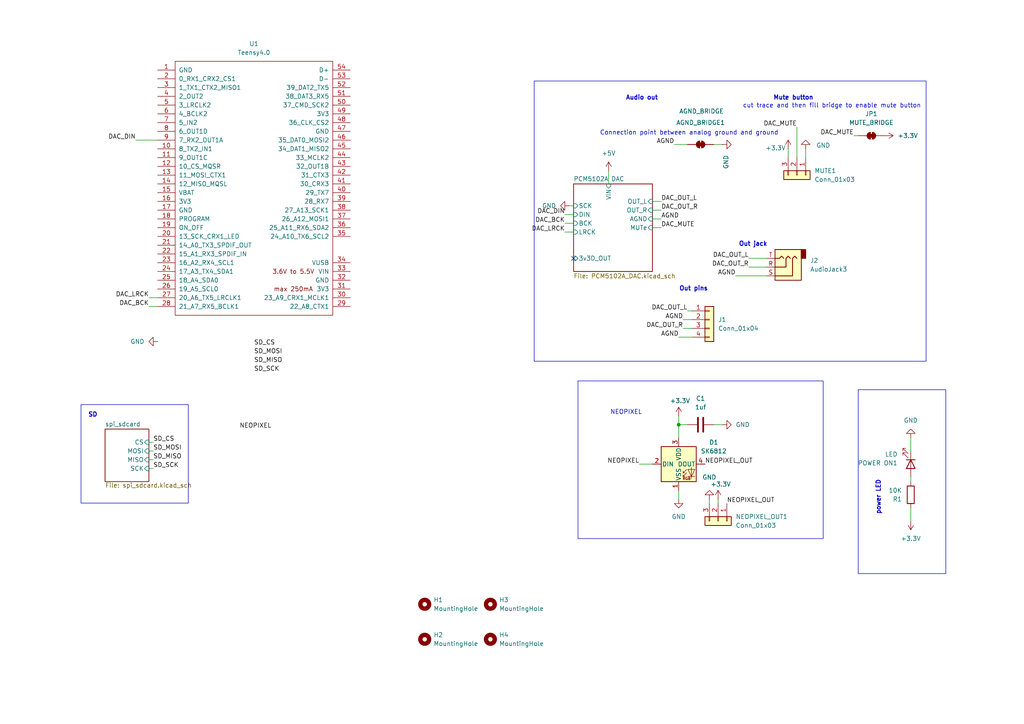
<source format=kicad_sch>
(kicad_sch (version 20231120) (generator "eeschema") (generator_version "8.0")
  (paper "A4")
  (lib_symbols
    (symbol "Connector_Audio:AudioJack3"
      (property "Reference" "J" (at 0 8.89 0))
      (property "Value" "AudioJack3" (at 0 6.35 0))
      (symbol "AudioJack3_0_1"
        (rectangle (start -5.08 -5.08) (end -6.35 -2.54) (stroke (width 0.254)) (fill (type outline)))
        (polyline (pts (xy 0 -2.54) (xy 0.635 -3.175) (xy 1.27 -2.54) (xy 2.54 -2.54)) (stroke (width 0.254)))
        (polyline (pts (xy -1.905 -2.54) (xy -1.27 -3.175) (xy -0.635 -2.54) (xy -0.635 0) (xy 2.54 0)) (stroke (width 0.254)))
        (polyline (pts (xy 2.54 2.54) (xy -2.54 2.54) (xy -2.54 -2.54) (xy -3.175 -3.175) (xy -3.81 -2.54)) (stroke (width 0.254)))
        (rectangle (start 2.54 3.81) (end -5.08 -5.08) (stroke (width 0.254)) (fill (type background)))
      )
      (symbol "AudioJack3_1_1"
        (pin passive line (at 5.08 0 180) (length 2.54) (name "~") (number "R"))
        (pin passive line (at 5.08 2.54 180) (length 2.54) (name "~") (number "S"))
        (pin passive line (at 5.08 -2.54 180) (length 2.54) (name "~") (number "T"))
      )
    )
    (symbol "Connector_Generic:Conn_01x03" (pin_names (offset 1.016) hide)
      (property "Reference" "J" (at 0 5.08 0))
      (property "Value" "Conn_01x03" (at 0 -5.08 0))
      (symbol "Conn_01x03_1_1"
        (rectangle (start -1.27 -2.413) (end 0 -2.667) (stroke (width 0.1524)))
        (rectangle (start -1.27 0.127) (end 0 -0.127) (stroke (width 0.1524)))
        (rectangle (start -1.27 2.667) (end 0 2.413) (stroke (width 0.1524)))
        (rectangle (start -1.27 3.81) (end 1.27 -3.81) (stroke (width 0.254)) (fill (type background)))
        (pin passive line (at -5.08 2.54 0) (length 3.81) (name "Pin_1") (number "1"))
        (pin passive line (at -5.08 0 0) (length 3.81) (name "Pin_2") (number "2"))
        (pin passive line (at -5.08 -2.54 0) (length 3.81) (name "Pin_3") (number "3"))
      )
    )
    (symbol "Device:C" (pin_numbers hide) (pin_names (offset 0.254))
      (property "Reference" "C" (at 0.635 2.54 0))
      (property "Value" "C" (at 0.635 -2.54 0))
      (symbol "C_0_1"
        (polyline (pts (xy -2.032 -0.762) (xy 2.032 -0.762)) (stroke (width 0.508)))
        (polyline (pts (xy -2.032 0.762) (xy 2.032 0.762)) (stroke (width 0.508)))
      )
      (symbol "C_1_1"
        (pin passive line (at 0 3.81 270) (length 2.794) (name "~") (number "1"))
        (pin passive line (at 0 -3.81 90) (length 2.794) (name "~") (number "2"))
      )
    )
    (symbol "Device:LED" (pin_numbers hide) (pin_names (offset 1.016) hide)
      (property "Reference" "D" (at 0 2.54 0))
      (property "Value" "LED" (at 0 -2.54 0))
      (symbol "LED_0_1"
        (polyline (pts (xy -1.27 -1.27) (xy -1.27 1.27)) (stroke (width 0.254)))
        (polyline (pts (xy -1.27 0) (xy 1.27 0)))
        (polyline (pts (xy 1.27 -1.27) (xy 1.27 1.27) (xy -1.27 0) (xy 1.27 -1.27)) (stroke (width 0.254)))
        (polyline (pts (xy -3.048 -0.762) (xy -4.572 -2.286) (xy -3.81 -2.286) (xy -4.572 -2.286) (xy -4.572 -1.524)))
        (polyline (pts (xy -1.778 -0.762) (xy -3.302 -2.286) (xy -2.54 -2.286) (xy -3.302 -2.286) (xy -3.302 -1.524)))
      )
      (symbol "LED_1_1"
        (pin passive line (at -3.81 0 0) (length 2.54) (name "K") (number "1"))
        (pin passive line (at 3.81 0 180) (length 2.54) (name "A") (number "2"))
      )
    )
    (symbol "Device:R" (pin_numbers hide) (pin_names (offset 0))
      (property "Reference" "R" (at 2.032 0 90))
      (property "Value" "R" (at 0 0 90))
      (symbol "R_0_1"
        (rectangle (start -1.016 -2.54) (end 1.016 2.54) (stroke (width 0.254)))
      )
      (symbol "R_1_1"
        (pin passive line (at 0 3.81 270) (length 1.27) (name "~") (number "1"))
        (pin passive line (at 0 -3.81 90) (length 1.27) (name "~") (number "2"))
      )
    )
    (symbol "Jumper:SolderJumper_2_Bridged" (pin_numbers hide) (pin_names (offset 0) hide) (exclude_from_sim yes) (in_bom no)
      (property "Reference" "JP" (at 0 2.032 0))
      (property "Value" "SolderJumper_2_Bridged" (at 0 -2.54 0))
      (symbol "SolderJumper_2_Bridged_0_1"
        (rectangle (start -0.508 0.508) (end 0.508 -0.508) (fill (type outline)))
        (arc (start -0.254 1.016) (mid -1.2656 0) (end -0.254 -1.016))
        (arc (start -0.254 1.016) (mid -1.2656 0) (end -0.254 -1.016) (fill (type outline)))
        (polyline (pts (xy -0.254 1.016) (xy -0.254 -1.016)))
        (polyline (pts (xy 0.254 1.016) (xy 0.254 -1.016)))
        (arc (start 0.254 -1.016) (mid 1.2656 0) (end 0.254 1.016))
        (arc (start 0.254 -1.016) (mid 1.2656 0) (end 0.254 1.016) (fill (type outline)))
      )
      (symbol "SolderJumper_2_Bridged_1_1"
        (pin passive line (at -3.81 0 0) (length 2.54) (name "A") (number "1"))
        (pin passive line (at 3.81 0 180) (length 2.54) (name "B") (number "2"))
      )
    )
    (symbol "LED:SK6812" (pin_names (offset 0.254))
      (property "Reference" "D" (at 5.08 5.715 0))
      (property "Value" "SK6812" (at 1.27 -5.715 0))
      (symbol "SK6812_0_0"
        (text "RGB" (at 2.286 -4.191 0) (effects (font (size 0.762 0.762))))
      )
      (symbol "SK6812_0_1"
        (polyline (pts (xy 1.27 -3.556) (xy 1.778 -3.556)))
        (polyline (pts (xy 1.27 -2.54) (xy 1.778 -2.54)))
        (polyline (pts (xy 4.699 -3.556) (xy 2.667 -3.556)))
        (polyline (pts (xy 2.286 -2.54) (xy 1.27 -3.556) (xy 1.27 -3.048)))
        (polyline (pts (xy 2.286 -1.524) (xy 1.27 -2.54) (xy 1.27 -2.032)))
        (polyline (pts (xy 3.683 -1.016) (xy 3.683 -3.556) (xy 3.683 -4.064)))
        (polyline (pts (xy 4.699 -1.524) (xy 2.667 -1.524) (xy 3.683 -3.556) (xy 4.699 -1.524)))
        (rectangle (start 5.08 5.08) (end -5.08 -5.08) (stroke (width 0.254)) (fill (type background)))
      )
      (symbol "SK6812_1_1"
        (pin power_in line (at 0 -7.62 90) (length 2.54) (name "VSS") (number "1"))
        (pin input line (at -7.62 0 0) (length 2.54) (name "DIN") (number "2"))
        (pin power_in line (at 0 7.62 270) (length 2.54) (name "VDD") (number "3"))
        (pin output line (at 7.62 0 180) (length 2.54) (name "DOUT") (number "4"))
      )
    )
    (symbol "Mechanical:MountingHole" (pin_names (offset 1.016)) (exclude_from_sim yes) (in_bom no)
      (property "Reference" "H" (at 0 5.08 0))
      (property "Value" "MountingHole" (at 0 3.175 0))
      (symbol "MountingHole_0_1"
        (circle (center 0 0) (radius 1.27) (stroke (width 1.27)))
      )
    )
    (symbol "PCM_4ms_Connector:Conn_01x03" (pin_names (offset 1.016) hide)
      (property "Reference" "J" (at 0 5.08 0))
      (property "Value" "Conn_01x03" (at 0 -5.08 0))
      (symbol "Conn_01x03_1_1"
        (rectangle (start -1.27 -2.413) (end 0 -2.667) (stroke (width 0.1524)))
        (rectangle (start -1.27 0.127) (end 0 -0.127) (stroke (width 0.1524)))
        (rectangle (start -1.27 2.667) (end 0 2.413) (stroke (width 0.1524)))
        (rectangle (start -1.27 3.81) (end 1.27 -3.81) (stroke (width 0.254)) (fill (type background)))
        (pin passive line (at -5.08 2.54 0) (length 3.81) (name "Pin_1") (number "1"))
        (pin passive line (at -5.08 0 0) (length 3.81) (name "Pin_2") (number "2"))
        (pin passive line (at -5.08 -2.54 0) (length 3.81) (name "Pin_3") (number "3"))
      )
    )
    (symbol "PCM_4ms_Connector:Conn_01x04" (pin_names (offset 1.016) hide)
      (property "Reference" "J" (at 0 5.08 0))
      (property "Value" "Conn_01x04" (at 0 -7.62 0))
      (symbol "Conn_01x04_1_1"
        (rectangle (start -1.27 -4.953) (end 0 -5.207) (stroke (width 0.1524)))
        (rectangle (start -1.27 -2.413) (end 0 -2.667) (stroke (width 0.1524)))
        (rectangle (start -1.27 0.127) (end 0 -0.127) (stroke (width 0.1524)))
        (rectangle (start -1.27 2.667) (end 0 2.413) (stroke (width 0.1524)))
        (rectangle (start -1.27 3.81) (end 1.27 -6.35) (stroke (width 0.254)) (fill (type background)))
        (pin passive line (at -5.08 2.54 0) (length 3.81) (name "Pin_1") (number "1"))
        (pin passive line (at -5.08 0 0) (length 3.81) (name "Pin_2") (number "2"))
        (pin passive line (at -5.08 -2.54 0) (length 3.81) (name "Pin_3") (number "3"))
        (pin passive line (at -5.08 -5.08 0) (length 3.81) (name "Pin_4") (number "4"))
      )
    )
    (symbol "power:+3.3V" (power) (pin_numbers hide) (pin_names (offset 0) hide)
      (property "Value" "+3.3V" (at 0 3.556 0))
      (symbol "+3.3V_0_1"
        (polyline (pts (xy -0.762 1.27) (xy 0 2.54)))
        (polyline (pts (xy 0 0) (xy 0 2.54)))
        (polyline (pts (xy 0 2.54) (xy 0.762 1.27)))
      )
      (symbol "+3.3V_1_1"
        (pin power_in line (at 0 0 90) (length 0) (name "~") (number "1"))
      )
    )
    (symbol "power:+5V" (power) (pin_numbers hide) (pin_names (offset 0) hide)
      (property "Value" "+5V" (at 0 3.556 0))
      (symbol "+5V_0_1"
        (polyline (pts (xy -0.762 1.27) (xy 0 2.54)))
        (polyline (pts (xy 0 0) (xy 0 2.54)))
        (polyline (pts (xy 0 2.54) (xy 0.762 1.27)))
      )
      (symbol "+5V_1_1"
        (pin power_in line (at 0 0 90) (length 0) (name "~") (number "1"))
      )
    )
    (symbol "power:GND" (power) (pin_numbers hide) (pin_names (offset 0) hide)
      (property "Value" "GND" (at 0 -3.81 0))
      (symbol "GND_0_1"
        (polyline (pts (xy 0 0) (xy 0 -1.27) (xy 1.27 -1.27) (xy 0 -2.54) (xy -1.27 -1.27) (xy 0 -1.27)))
      )
      (symbol "GND_1_1"
        (pin power_in line (at 0 0 270) (length 0) (name "~") (number "1"))
      )
    )
    (symbol "teensy:Teensy4.0" (pin_names (offset 1.016))
      (property "Reference" "U" (at 0 39.37 0))
      (property "Value" "Teensy4.0" (at 0 -39.37 0))
      (symbol "Teensy4.0_0_0"
        (text "3.6V to 5.5V" (at 11.43 -24.13 0) (effects (font (size 1.27 1.27))))
        (text "max 250mA" (at 11.43 -29.21 0) (effects (font (size 1.27 1.27))))
        (pin bidirectional line (at -27.94 11.43 0) (length 5.08) (name "8_TX2_IN1") (number "10"))
        (pin bidirectional line (at -27.94 8.89 0) (length 5.08) (name "9_OUT1C") (number "11"))
        (pin bidirectional line (at -27.94 6.35 0) (length 5.08) (name "10_CS_MQSR") (number "12"))
        (pin bidirectional line (at -27.94 3.81 0) (length 5.08) (name "11_MOSI_CTX1") (number "13"))
        (pin bidirectional line (at -27.94 1.27 0) (length 5.08) (name "12_MISO_MQSL") (number "14"))
        (pin power_in line (at -27.94 -1.27 0) (length 5.08) (name "VBAT") (number "15"))
        (pin power_in line (at -27.94 -3.81 0) (length 5.08) (name "3V3") (number "16"))
        (pin power_in line (at -27.94 -6.35 0) (length 5.08) (name "GND") (number "17"))
        (pin input line (at -27.94 -8.89 0) (length 5.08) (name "PROGRAM") (number "18"))
        (pin input line (at -27.94 -11.43 0) (length 5.08) (name "ON_OFF") (number "19"))
        (pin bidirectional line (at -27.94 -13.97 0) (length 5.08) (name "13_SCK_CRX1_LED") (number "20"))
        (pin bidirectional line (at -27.94 -16.51 0) (length 5.08) (name "14_A0_TX3_SPDIF_OUT") (number "21"))
        (pin bidirectional line (at -27.94 -19.05 0) (length 5.08) (name "15_A1_RX3_SPDIF_IN") (number "22"))
        (pin bidirectional line (at -27.94 -21.59 0) (length 5.08) (name "16_A2_RX4_SCL1") (number "23"))
        (pin bidirectional line (at -27.94 -24.13 0) (length 5.08) (name "17_A3_TX4_SDA1") (number "24"))
        (pin bidirectional line (at -27.94 -26.67 0) (length 5.08) (name "18_A4_SDA0") (number "25"))
        (pin bidirectional line (at -27.94 -29.21 0) (length 5.08) (name "19_A5_SCL0") (number "26"))
        (pin bidirectional line (at -27.94 -31.75 0) (length 5.08) (name "20_A6_TX5_LRCLK1") (number "27"))
        (pin bidirectional line (at -27.94 -34.29 0) (length 5.08) (name "21_A7_RX5_BCLK1") (number "28"))
        (pin bidirectional line (at 27.94 -34.29 180) (length 5.08) (name "22_A8_CTX1") (number "29"))
        (pin bidirectional line (at 27.94 -31.75 180) (length 5.08) (name "23_A9_CRX1_MCLK1") (number "30"))
        (pin power_out line (at 27.94 -29.21 180) (length 5.08) (name "3V3") (number "31"))
        (pin power_in line (at 27.94 -26.67 180) (length 5.08) (name "GND") (number "32"))
        (pin power_in line (at 27.94 -24.13 180) (length 5.08) (name "VIN") (number "33"))
        (pin power_out line (at 27.94 -21.59 180) (length 5.08) (name "VUSB") (number "34"))
        (pin bidirectional line (at 27.94 -13.97 180) (length 5.08) (name "24_A10_TX6_SCL2") (number "35"))
        (pin bidirectional line (at 27.94 -11.43 180) (length 5.08) (name "25_A11_RX6_SDA2") (number "36"))
        (pin bidirectional line (at 27.94 -8.89 180) (length 5.08) (name "26_A12_MOSI1") (number "37"))
        (pin bidirectional line (at 27.94 -6.35 180) (length 5.08) (name "27_A13_SCK1") (number "38"))
        (pin bidirectional line (at 27.94 -3.81 180) (length 5.08) (name "28_RX7") (number "39"))
        (pin bidirectional line (at 27.94 -1.27 180) (length 5.08) (name "29_TX7") (number "40"))
        (pin bidirectional line (at 27.94 1.27 180) (length 5.08) (name "30_CRX3") (number "41"))
        (pin bidirectional line (at 27.94 3.81 180) (length 5.08) (name "31_CTX3") (number "42"))
        (pin bidirectional line (at 27.94 6.35 180) (length 5.08) (name "32_OUT1B") (number "43"))
        (pin bidirectional line (at 27.94 8.89 180) (length 5.08) (name "33_MCLK2") (number "44"))
        (pin bidirectional line (at 27.94 11.43 180) (length 5.08) (name "34_DAT1_MISO2") (number "45"))
        (pin bidirectional line (at 27.94 13.97 180) (length 5.08) (name "35_DAT0_MOSI2") (number "46"))
        (pin power_out line (at 27.94 16.51 180) (length 5.08) (name "GND") (number "47"))
        (pin bidirectional line (at 27.94 19.05 180) (length 5.08) (name "36_CLK_CS2") (number "48"))
        (pin power_out line (at 27.94 21.59 180) (length 5.08) (name "3V3") (number "49"))
        (pin bidirectional line (at -27.94 24.13 0) (length 5.08) (name "3_LRCLK2") (number "5"))
        (pin bidirectional line (at 27.94 24.13 180) (length 5.08) (name "37_CMD_SCK2") (number "50"))
        (pin bidirectional line (at 27.94 26.67 180) (length 5.08) (name "38_DAT3_RX5") (number "51"))
        (pin bidirectional line (at 27.94 29.21 180) (length 5.08) (name "39_DAT2_TX5") (number "52"))
        (pin bidirectional line (at 27.94 31.75 180) (length 5.08) (name "D-") (number "53"))
        (pin bidirectional line (at 27.94 34.29 180) (length 5.08) (name "D+") (number "54"))
        (pin bidirectional line (at -27.94 21.59 0) (length 5.08) (name "4_BCLK2") (number "6"))
        (pin bidirectional line (at -27.94 19.05 0) (length 5.08) (name "5_IN2") (number "7"))
        (pin bidirectional line (at -27.94 16.51 0) (length 5.08) (name "6_OUT1D") (number "8"))
        (pin bidirectional line (at -27.94 13.97 0) (length 5.08) (name "7_RX2_OUT1A") (number "9"))
      )
      (symbol "Teensy4.0_0_1"
        (rectangle (start -22.86 36.83) (end 22.86 -36.83))
        (rectangle (start -20.32 -31.75) (end -20.32 -31.75))
      )
      (symbol "Teensy4.0_1_1"
        (pin power_in line (at -27.94 34.29 0) (length 5.08) (name "GND") (number "1"))
        (pin bidirectional line (at -27.94 31.75 0) (length 5.08) (name "0_RX1_CRX2_CS1") (number "2"))
        (pin bidirectional line (at -27.94 29.21 0) (length 5.08) (name "1_TX1_CTX2_MISO1") (number "3"))
        (pin bidirectional line (at -27.94 26.67 0) (length 5.08) (name "2_OUT2") (number "4"))
      )
    )
  )
  (junction (at 196.85 123.19))
  (no_connect (at 166.37 74.93))
  (wire (pts (xy 228.6 45.72) (xy 228.6 43.18)))
  (wire (pts (xy 196.85 97.79) (xy 200.66 97.79)))
  (wire (pts (xy 191.77 66.04) (xy 189.23 66.04)))
  (wire (pts (xy 195.58 41.91) (xy 199.39 41.91)))
  (wire (pts (xy 166.37 67.31) (xy 163.83 67.31)))
  (wire (pts (xy 191.77 58.42) (xy 189.23 58.42)))
  (wire (pts (xy 196.85 120.65) (xy 196.85 123.19)))
  (wire (pts (xy 185.42 134.62) (xy 189.23 134.62)))
  (wire (pts (xy 43.18 130.81) (xy 44.45 130.81)))
  (wire (pts (xy 207.01 123.19) (xy 209.55 123.19)))
  (wire (pts (xy 43.18 135.89) (xy 44.45 135.89)))
  (wire (pts (xy 191.77 60.96) (xy 189.23 60.96)))
  (wire (pts (xy 176.53 53.34) (xy 176.53 49.53)))
  (wire (pts (xy 196.85 142.24) (xy 196.85 144.78)))
  (wire (pts (xy 217.17 74.93) (xy 222.25 74.93)))
  (wire (pts (xy 207.01 41.91) (xy 209.55 41.91)))
  (wire (pts (xy 166.37 64.77) (xy 163.83 64.77)))
  (wire (pts (xy 205.74 144.78) (xy 205.74 146.05)))
  (wire (pts (xy 199.39 90.17) (xy 200.66 90.17)))
  (wire (pts (xy 196.85 123.19) (xy 196.85 127)))
  (wire (pts (xy 39.37 40.64) (xy 45.72 40.64)))
  (wire (pts (xy 43.18 88.9) (xy 45.72 88.9)))
  (wire (pts (xy 191.77 63.5) (xy 189.23 63.5)))
  (wire (pts (xy 231.14 36.83) (xy 231.14 45.72)))
  (wire (pts (xy 247.65 39.37) (xy 248.92 39.37)))
  (wire (pts (xy 166.37 62.23) (xy 163.83 62.23)))
  (wire (pts (xy 43.18 133.35) (xy 44.45 133.35)))
  (wire (pts (xy 43.18 128.27) (xy 44.45 128.27)))
  (wire (pts (xy 166.37 59.69) (xy 165.1 59.69)))
  (wire (pts (xy 233.68 45.72) (xy 233.68 43.18)))
  (wire (pts (xy 264.16 151.13) (xy 264.16 147.32)))
  (wire (pts (xy 208.28 144.78) (xy 208.28 146.05)))
  (wire (pts (xy 43.18 86.36) (xy 45.72 86.36)))
  (wire (pts (xy 198.12 92.71) (xy 200.66 92.71)))
  (wire (pts (xy 196.85 123.19) (xy 199.39 123.19)))
  (wire (pts (xy 264.16 139.7) (xy 264.16 138.43)))
  (wire (pts (xy 213.36 80.01) (xy 222.25 80.01)))
  (wire (pts (xy 264.16 130.81) (xy 264.16 127)))
  (wire (pts (xy 217.17 77.47) (xy 222.25 77.47)))
  (wire (pts (xy 198.12 95.25) (xy 200.66 95.25)))
  (rectangle (start 167.64 110.49) (end 238.76 156.21))
  (rectangle (start 248.92 113.03) (end 274.32 166.37))
  (rectangle (start 23.495 117.348) (end 54.61 145.923))
  (rectangle (start 154.94 23.495) (end 268.605 104.775))
  (text "Connection point between analog ground and ground" (at 199.898 38.608 0) (effects (font (size 1.27 1.27))))
  (text "Audio out" (at 186.182 28.448 0) (effects (font (size 1.27 1.27) (thickness 0.254) (bold yes))))
  (text "Out jack" (at 218.44 70.866 0) (effects (font (size 1.27 1.27) (thickness 0.254) (bold yes))))
  (text "cut trace and then fill bridge to enable mute button" (at 241.3 30.734 0) (effects (font (size 1.27 1.27))))
  (text "Out pins" (at 201.168 83.82 0) (effects (font (size 1.27 1.27) (thickness 0.254) (bold yes))))
  (text "Mute button" (at 230.124 28.448 0) (effects (font (size 1.27 1.27) (thickness 0.254) (bold yes))))
  (text "NEOPIXEL" (at 181.61 119.634 0) (effects (font (size 1.27 1.27))))
  (text "SD" (at 26.924 120.396 0) (effects (font (size 1.27 1.27) (thickness 0.254) (bold yes))))
  (text "power LED" (at 254.762 144.272 90) (effects (font (size 1.27 1.27) (thickness 0.254) (bold yes))))
  (label "AGND" (at 191.77 63.5 0))
  (label "NEOPIXEL" (at 185.42 134.62 180))
  (label "DAC_DIN" (at 163.83 62.23 180))
  (label "AGND" (at 195.58 41.91 180))
  (label "DAC_BCK" (at 163.83 64.77 180))
  (label "DAC_LRCK" (at 163.83 67.31 180))
  (label "SD_CS" (at 73.66 100.33 0))
  (label "AGND" (at 213.36 80.01 180))
  (label "SD_MOSI" (at 44.45 130.81 0))
  (label "SD_CS" (at 44.45 128.27 0))
  (label "AGND" (at 196.85 97.79 180))
  (label "SD_MISO" (at 44.45 133.35 0))
  (label "DAC_OUT_R" (at 198.12 95.25 180))
  (label "SD_SCK" (at 73.66 107.95 0))
  (label "DAC_MUTE" (at 231.14 36.83 180))
  (label "DAC_OUT_L" (at 217.17 74.93 180))
  (label "DAC_OUT_R" (at 217.17 77.47 180))
  (label "DAC_BCK" (at 43.18 88.9 180))
  (label "DAC_OUT_L" (at 191.77 58.42 0))
  (label "NEOPIXEL_OUT" (at 210.82 146.05 0))
  (label "SD_MOSI" (at 73.66 102.87 0))
  (label "NEOPIXEL" (at 78.74 124.46 180))
  (label "SD_SCK" (at 44.45 135.89 0))
  (label "NEOPIXEL_OUT" (at 204.47 134.62 0))
  (label "DAC_MUTE" (at 247.65 39.37 180))
  (label "DAC_OUT_R" (at 191.77 60.96 0))
  (label "SD_MISO" (at 73.66 105.41 0))
  (label "DAC_DIN" (at 39.37 40.64 180))
  (label "AGND" (at 198.12 92.71 180))
  (label "DAC_LRCK" (at 43.18 86.36 180))
  (label "DAC_OUT_L" (at 199.39 90.17 180))
  (label "DAC_MUTE" (at 191.77 66.04 0))
  (symbol (lib_id "Jumper:SolderJumper_2_Bridged") (at 252.73 39.37 0) (unit 1) (exclude_from_sim yes) (in_bom no)
    (property "Reference" "JP1" (at 252.73 33.02 0))
    (property "Value" "MUTE_BRIDGE" (at 252.73 35.56 0))
    (property "Footprint" "Jumper:SolderJumper-2_P1.3mm_Bridged_Pad1.0x1.5mm" (effects (hide yes)))
    (property "Description" "Solder Jumper, 2-pole, closed/bridged" (effects (hide yes)))
  )
  (symbol (lib_id "power:+3.3V") (at 228.6 43.18 0) (unit 1)
    (property "Reference" "#PWR06" (effects (hide yes)))
    (property "Value" "+3.3V" (at 221.996 42.926 0) (effects (justify left)))
    (property "Description" "Power symbol creates a global label with name \"+3.3V\"" (effects (hide yes)))
  )
  (symbol (lib_id "Connector_Audio:AudioJack3") (at 227.33 77.47 180) (unit 1)
    (property "Reference" "J2" (at 234.95 75.5649 0) (effects (justify right)))
    (property "Value" "AudioJack3" (at 234.95 78.1049 0) (effects (justify right)))
    (property "Footprint" "Connector_Audio:Jack_3.5mm_CUI_SJ-3523-SMT_Horizontal" (effects (hide yes)))
    (property "Description" "Audio Jack, 3 Poles (Stereo / TRS)" (effects (hide yes)))
  )
  (symbol (lib_id "power:GND") (at 264.16 127 180) (unit 1)
    (property "Reference" "#PWR01" (effects (hide yes)))
    (property "Value" "GND" (at 264.16 121.92 0))
    (property "Description" "Power symbol creates a global label with name \"GND\" , ground" (effects (hide yes)))
  )
  (symbol (lib_id "teensy:Teensy4.0") (at 73.66 54.61 0) (unit 1)
    (property "Reference" "U1" (at 73.66 12.7 0))
    (property "Value" "Teensy4.0" (at 73.66 15.24 0))
    (property "Footprint" "teensy:Teensy40_SMT" (effects (hide yes)))
  )
  (symbol (lib_id "PCM_4ms_Connector:Conn_01x03") (at 208.28 151.13 270) (unit 1)
    (property "Reference" "NEOPIXEL_OUT1" (at 213.36 149.8599 90) (effects (justify left)))
    (property "Value" "Conn_01x03" (at 213.36 152.3999 90) (effects (justify left)))
    (property "Footprint" "Connector_PinHeader_2.54mm:PinHeader_1x03_P2.54mm_Vertical" (effects (hide yes)))
    (property "Description" "HEADER 1x3 MALE PINS 0.100â 180deg" (effects (hide yes)))
    (property "Specifications" "HEADER 1x3 MALE PINS 0.100â 180deg" (effects (hide yes)))
    (property "Manufacturer" "TAD" (effects (hide yes)))
    (property "Part Number" "1-0301FBV0T" (effects (hide yes)))
  )
  (symbol (lib_id "power:GND") (at 165.1 59.69 270) (unit 1)
    (property "Reference" "#PWR04" (effects (hide yes)))
    (property "Value" "GND" (at 161.29 59.6901 90) (effects (justify right)))
    (property "Description" "Power symbol creates a global label with name \"GND\" , ground" (effects (hide yes)))
  )
  (symbol (lib_id "Device:R") (at 264.16 143.51 180) (unit 1)
    (property "Reference" "R1" (at 261.62 144.7801 0) (effects (justify left)))
    (property "Value" "10K" (at 261.62 142.2401 0) (effects (justify left)))
    (property "Footprint" "Resistor_SMD:R_0603_1608Metric_Pad0.98x0.95mm_HandSolder" (effects (hide yes)))
    (property "Description" "Resistor" (effects (hide yes)))
  )
  (symbol (lib_id "power:+5V") (at 176.53 49.53 0) (unit 1)
    (property "Reference" "#PWR03" (effects (hide yes)))
    (property "Value" "+5V" (at 176.53 44.45 0))
    (property "Description" "Power symbol creates a global label with name \"+5V\"" (effects (hide yes)))
  )
  (symbol (lib_id "power:GND") (at 196.85 144.78 0) (unit 1)
    (property "Reference" "#PWR010" (effects (hide yes)))
    (property "Value" "GND" (at 196.85 149.86 0))
    (property "Description" "Power symbol creates a global label with name \"GND\" , ground" (effects (hide yes)))
  )
  (symbol (lib_id "LED:SK6812") (at 196.85 134.62 0) (unit 1)
    (property "Reference" "D1" (at 207.01 128.3014 0))
    (property "Value" "SK6812" (at 207.01 130.8414 0))
    (property "Footprint" "LED_SMD:LED_SK6812_PLCC4_5.0x5.0mm_P3.2mm" (effects (hide yes)))
    (property "Datasheet" "https://cdn-shop.adafruit.com/product-files/1138/SK6812+LED+datasheet+.pdf" (effects (hide yes)))
    (property "Description" "RGB LED with integrated controller" (effects (hide yes)))
  )
  (symbol (lib_id "power:GND") (at 209.55 41.91 90) (unit 1)
    (property "Reference" "#PWR05" (effects (hide yes)))
    (property "Value" "GND" (at 210.566 44.958 0) (effects (justify right)))
    (property "Description" "Power symbol creates a global label with name \"GND\" , ground" (effects (hide yes)))
  )
  (symbol (lib_id "Mechanical:MountingHole") (at 142.24 185.42 0) (unit 1) (exclude_from_sim yes) (in_bom no)
    (property "Reference" "H4" (at 144.78 184.1499 0) (effects (justify left)))
    (property "Value" "MountingHole" (at 144.78 186.6899 0) (effects (justify left)))
    (property "Footprint" "MountingHole:MountingHole_3.2mm_M3" (effects (hide yes)))
    (property "Description" "Mounting Hole without connection" (effects (hide yes)))
  )
  (symbol (lib_id "power:+3.3V") (at 256.54 39.37 270) (unit 1)
    (property "Reference" "#PWR08" (effects (hide yes)))
    (property "Value" "+3.3V" (at 260.35 39.3699 90) (effects (justify left)))
    (property "Description" "Power symbol creates a global label with name \"+3.3V\"" (effects (hide yes)))
  )
  (symbol (lib_id "Device:C") (at 203.2 123.19 90) (unit 1)
    (property "Reference" "C1" (at 203.2 115.57 90))
    (property "Value" "1uf" (at 203.2 118.11 90))
    (property "Footprint" "Capacitor_SMD:C_0603_1608Metric" (effects (hide yes)))
    (property "Description" "Unpolarized capacitor" (effects (hide yes)))
  )
  (symbol (lib_id "power:GND") (at 209.55 123.19 90) (unit 1)
    (property "Reference" "#PWR013" (effects (hide yes)))
    (property "Value" "GND" (at 213.36 123.1899 90) (effects (justify right)))
    (property "Description" "Power symbol creates a global label with name \"GND\" , ground" (effects (hide yes)))
  )
  (symbol (lib_id "power:+3.3V") (at 264.16 151.13 180) (unit 1)
    (property "Reference" "#PWR02" (effects (hide yes)))
    (property "Value" "+3.3V" (at 264.16 156.21 0))
    (property "Description" "Power symbol creates a global label with name \"+3.3V\"" (effects (hide yes)))
  )
  (symbol (lib_id "Device:LED") (at 264.16 134.62 270) (unit 1)
    (property "Reference" "POWER ON1" (at 260.35 134.3026 90) (effects (justify right)))
    (property "Value" "LED" (at 260.35 131.7626 90) (effects (justify right)))
    (property "Footprint" "LED_SMD:LED_0603_1608Metric" (effects (hide yes)))
    (property "Description" "Light emitting diode" (effects (hide yes)))
  )
  (symbol (lib_id "Mechanical:MountingHole") (at 123.19 175.26 0) (unit 1) (exclude_from_sim yes) (in_bom no)
    (property "Reference" "H1" (at 125.73 173.9899 0) (effects (justify left)))
    (property "Value" "MountingHole" (at 125.73 176.5299 0) (effects (justify left)))
    (property "Footprint" "MountingHole:MountingHole_3.2mm_M3" (effects (hide yes)))
    (property "Description" "Mounting Hole without connection" (effects (hide yes)))
  )
  (symbol (lib_id "power:GND") (at 233.68 43.18 180) (unit 1)
    (property "Reference" "#PWR07" (effects (hide yes)))
    (property "Value" "GND" (at 236.728 42.164 0) (effects (justify right)))
    (property "Description" "Power symbol creates a global label with name \"GND\" , ground" (effects (hide yes)))
  )
  (symbol (lib_id "power:+3.3V") (at 196.85 120.65 0) (unit 1)
    (property "Reference" "#PWR09" (effects (hide yes)))
    (property "Value" "+3.3V" (at 197.231 116.2558 0))
  )
  (symbol (lib_id "Mechanical:MountingHole") (at 142.24 175.26 0) (unit 1) (exclude_from_sim yes) (in_bom no)
    (property "Reference" "H3" (at 144.78 173.9899 0) (effects (justify left)))
    (property "Value" "MountingHole" (at 144.78 176.5299 0) (effects (justify left)))
    (property "Footprint" "MountingHole:MountingHole_3.2mm_M3" (effects (hide yes)))
    (property "Description" "Mounting Hole without connection" (effects (hide yes)))
  )
  (symbol (lib_id "Jumper:SolderJumper_2_Bridged") (at 203.2 41.91 0) (unit 1) (exclude_from_sim yes) (in_bom no)
    (property "Reference" "AGND_BRIDGE1" (at 203.2 35.56 0))
    (property "Value" "AGND_BRIDGE" (at 203.454 32.258 0))
    (property "Footprint" "Jumper:SolderJumper-2_P1.3mm_Bridged_Pad1.0x1.5mm" (effects (hide yes)))
    (property "Description" "Solder Jumper, 2-pole, closed/bridged" (effects (hide yes)))
  )
  (symbol (lib_id "power:+3.3V") (at 208.28 144.78 0) (unit 1)
    (property "Reference" "#PWR012" (effects (hide yes)))
    (property "Value" "+3.3V" (at 209.042 140.462 0))
  )
  (symbol (lib_id "power:GND") (at 205.74 144.78 180) (unit 1)
    (property "Reference" "#PWR011" (effects (hide yes)))
    (property "Value" "GND" (at 205.74 138.43 0))
    (property "Description" "Power symbol creates a global label with name \"GND\" , ground" (effects (hide yes)))
  )
  (symbol (lib_id "PCM_4ms_Connector:Conn_01x04") (at 205.74 92.71 0) (unit 1)
    (property "Reference" "J1" (at 208.28 92.7099 0) (effects (justify left)))
    (property "Value" "Conn_01x04" (at 208.28 95.2499 0) (effects (justify left)))
    (property "Footprint" "Connector_PinHeader_2.54mm:PinHeader_1x04_P2.54mm_Vertical" (effects (hide yes)))
    (property "Description" "HEADER 1x4 MALE PINS 0.100â 180deg" (effects (hide yes)))
    (property "Specifications" "HEADER 1x4 MALE PINS 0.100â 180deg" (effects (hide yes)))
    (property "Manufacturer" "TAD" (effects (hide yes)))
    (property "Part Number" "1-0401FBV0T" (effects (hide yes)))
  )
  (symbol (lib_id "Connector_Generic:Conn_01x03") (at 231.14 50.8 270) (unit 1)
    (property "Reference" "MUTE1" (at 236.22 49.53 90) (effects (justify left)))
    (property "Value" "Conn_01x03" (at 236.22 52.07 90) (effects (justify left)))
    (property "Footprint" "Connector_PinHeader_2.54mm:PinHeader_1x03_P2.54mm_Vertical" (effects (hide yes)))
  )
  (symbol (lib_id "Mechanical:MountingHole") (at 123.19 185.42 0) (unit 1) (exclude_from_sim yes) (in_bom no)
    (property "Reference" "H2" (at 125.73 184.1499 0) (effects (justify left)))
    (property "Value" "MountingHole" (at 125.73 186.6899 0) (effects (justify left)))
    (property "Footprint" "MountingHole:MountingHole_3.2mm_M3" (effects (hide yes)))
    (property "Description" "Mounting Hole without connection" (effects (hide yes)))
  )
  (symbol (lib_id "power:GND") (at 45.72 99.06 270) (unit 1)
    (property "Reference" "#PWR014" (effects (hide yes)))
    (property "Value" "GND" (at 41.91 99.0601 90) (effects (justify right)))
    (property "Description" "Power symbol creates a global label with name \"GND\" , ground" (effects (hide yes)))
  )
  (sheet (at 166.37 53.34) (size 22.86 25.4) (stroke (width 0.1524))
    (property "Sheetname" "PCM5102A DAC" (at 166.37 52.6284 0) (effects (justify left bottom)))
    (property "Sheetfile" "PCM5102A_DAC.kicad_sch" (at 166.37 79.3246 0) (effects (justify left top)))
    (pin "SCK" input (at 166.37 59.69 180))
    (pin "DIN" input (at 166.37 62.23 180))
    (pin "BCK" input (at 166.37 64.77 180))
    (pin "LRCK" input (at 166.37 67.31 180))
    (pin "OUT_L" input (at 189.23 58.42 0))
    (pin "OUT_R" input (at 189.23 60.96 0))
    (pin "AGND" input (at 189.23 63.5 0))
    (pin "VIN" input (at 176.53 53.34 90))
    (pin "MUTe" input (at 189.23 66.04 0))
    (pin "3v3D_OUT" input (at 166.37 74.93 180))
  )
  (sheet (at 30.48 124.46) (size 12.7 15.24) (stroke (width 0.1524))
    (property "Sheetname" "spi_sdcard" (at 30.48 123.7484 0) (effects (justify left bottom)))
    (property "Sheetfile" "spi_sdcard.kicad_sch" (at 30.48 140.0306 0) (effects (justify left top)))
    (pin "CS" input (at 43.18 128.27 0))
    (pin "MOSI" input (at 43.18 130.81 0))
    (pin "MISO" input (at 43.18 133.35 0))
    (pin "SCK" input (at 43.18 135.89 0))
  )
)
</source>
